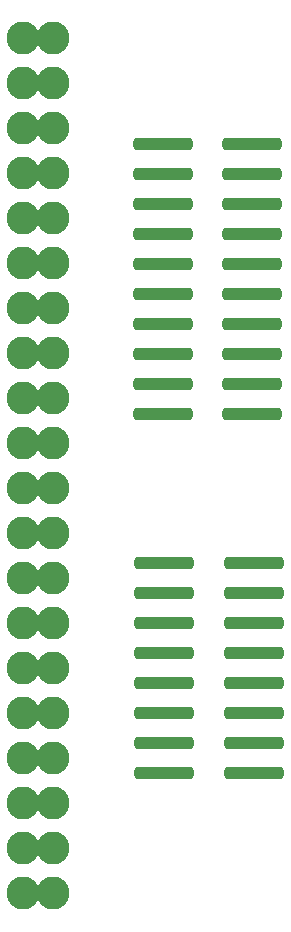
<source format=gbr>
%TF.GenerationSoftware,KiCad,Pcbnew,8.0.1*%
%TF.CreationDate,2024-04-03T13:15:38+02:00*%
%TF.ProjectId,AdapterFlatFlexMYDAQ,41646170-7465-4724-966c-6174466c6578,rev?*%
%TF.SameCoordinates,Original*%
%TF.FileFunction,Soldermask,Top*%
%TF.FilePolarity,Negative*%
%FSLAX46Y46*%
G04 Gerber Fmt 4.6, Leading zero omitted, Abs format (unit mm)*
G04 Created by KiCad (PCBNEW 8.0.1) date 2024-04-03 13:15:38*
%MOMM*%
%LPD*%
G01*
G04 APERTURE LIST*
G04 Aperture macros list*
%AMRoundRect*
0 Rectangle with rounded corners*
0 $1 Rounding radius*
0 $2 $3 $4 $5 $6 $7 $8 $9 X,Y pos of 4 corners*
0 Add a 4 corners polygon primitive as box body*
4,1,4,$2,$3,$4,$5,$6,$7,$8,$9,$2,$3,0*
0 Add four circle primitives for the rounded corners*
1,1,$1+$1,$2,$3*
1,1,$1+$1,$4,$5*
1,1,$1+$1,$6,$7*
1,1,$1+$1,$8,$9*
0 Add four rect primitives between the rounded corners*
20,1,$1+$1,$2,$3,$4,$5,0*
20,1,$1+$1,$4,$5,$6,$7,0*
20,1,$1+$1,$6,$7,$8,$9,0*
20,1,$1+$1,$8,$9,$2,$3,0*%
G04 Aperture macros list end*
%ADD10RoundRect,0.255000X2.245000X0.255000X-2.245000X0.255000X-2.245000X-0.255000X2.245000X-0.255000X0*%
%ADD11C,2.800000*%
G04 APERTURE END LIST*
D10*
%TO.C,J1*%
X107350000Y-70080000D03*
X99750000Y-70080000D03*
X107350000Y-67540000D03*
X99750000Y-67540000D03*
X107350000Y-65000000D03*
X99750000Y-65000000D03*
X107350000Y-62460000D03*
X99750000Y-62460000D03*
X107350000Y-59920000D03*
X99750000Y-59920000D03*
X107350000Y-57380000D03*
X99750000Y-57380000D03*
X107350000Y-54840000D03*
X99750000Y-54840000D03*
X107350000Y-52300000D03*
X99750000Y-52300000D03*
X107350000Y-49760000D03*
X99750000Y-49760000D03*
X107350000Y-47220000D03*
X99750000Y-47220000D03*
%TD*%
%TO.C,J2*%
X107500000Y-100500000D03*
X99900000Y-100500000D03*
X107500000Y-97960000D03*
X99900000Y-97960000D03*
X107500000Y-95420000D03*
X99900000Y-95420000D03*
X107500000Y-92880000D03*
X99900000Y-92880000D03*
X107500000Y-90340000D03*
X99900000Y-90340000D03*
X107500000Y-87800000D03*
X99900000Y-87800000D03*
X107500000Y-85260000D03*
X99900000Y-85260000D03*
X107500000Y-82720000D03*
X99900000Y-82720000D03*
%TD*%
D11*
%TO.C,J4*%
X87960000Y-110695000D03*
X90500000Y-110695000D03*
X87960000Y-106885000D03*
X90500000Y-106885000D03*
X87960000Y-103075000D03*
X90500000Y-103075000D03*
X87960000Y-99265000D03*
X90500000Y-99265000D03*
X87960000Y-95455000D03*
X90500000Y-95455000D03*
X87960000Y-91645000D03*
X90500000Y-91645000D03*
X87960000Y-87835000D03*
X90500000Y-87835000D03*
X87960000Y-84025000D03*
X90500000Y-84025000D03*
X87960000Y-80215000D03*
X90500000Y-80215000D03*
X87960000Y-76405000D03*
X90500000Y-76405000D03*
X87960000Y-72595000D03*
X90500000Y-72595000D03*
X87960000Y-68785000D03*
X90500000Y-68785000D03*
X87960000Y-64975000D03*
X90500000Y-64975000D03*
X87960000Y-61165000D03*
X90500000Y-61165000D03*
X87960000Y-57355000D03*
X90500000Y-57355000D03*
X87960000Y-53545000D03*
X90500000Y-53545000D03*
X87960000Y-49735000D03*
X90500000Y-49735000D03*
X87960000Y-45925000D03*
X90500000Y-45925000D03*
X87960000Y-42115000D03*
X90500000Y-42115000D03*
X87960000Y-38305000D03*
X90500000Y-38305000D03*
%TD*%
M02*

</source>
